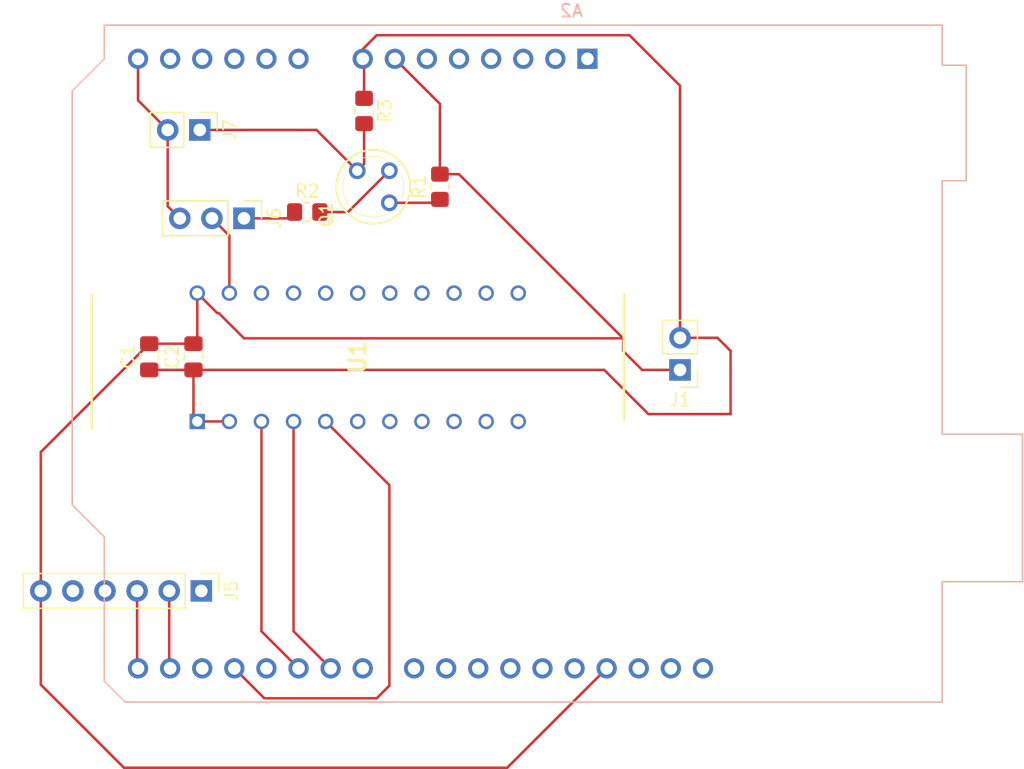
<source format=kicad_pcb>
(kicad_pcb (version 20241229) (generator "pcbnew") (generator_version "9.0")
  (layers (0 "F.Cu" signal) (2 "B.Cu" signal) (13 "F.Paste" user) (15 "B.Paste" user) (5 "F.SilkS" user "F.Silkscreen") (7 "B.SilkS" user "B.Silkscreen") (1 "F.Mask" user) (3 "B.Mask" user) (25 "Edge.Cuts" user))
  (net 0 "")
  (net 1 "+3.3V")
  (net 2 "GND")
  (net 3 "/RX_ST")
  (net 4 "/TX_ST")
  (net 5 "/ICG")
  (net 6 "/SH")
  (net 7 "/fM")
  (net 8 "/ADC")
  (net 12 "/OS")
  (net 13 "Net-(J6-Pin_1)")
  (net 14 "Net-(J7-Pin_1)")
  (net 15 "Net-(Q1-B)")
  (net 16 "Net-(Q1-C)")
  (footprint "Resistor_SMD:R_0805_2012Metric_Pad1.20x1.40mm_HandSolder" (layer "F.Cu") (at 189.5 97 90)
    (property "Reference" "R1" (at 0 -1.65 90) (layer "F.SilkS"))
    (property "Value" "150")
    (fp_line (start -0.227064 -0.735) (end 0.227064 -0.735) (stroke (width 0.12)) (layer "F.SilkS"))
    (fp_line (start -0.227064 0.735) (end 0.227064 0.735) (stroke (width 0.12)) (layer "F.SilkS"))
    (pad "1" smd roundrect (at -1 0 90) (size 1.2 1.4) (layers "F.Cu" "F.Mask" "F.Paste") (roundrect_rratio 0.208333) (net 16 "Net-(Q1-C)"))
    (pad "2" smd roundrect (at 1 0 90) (size 1.2 1.4) (layers "F.Cu" "F.Mask" "F.Paste") (roundrect_rratio 0.208333) (net 2 "GND"))
  )
  (footprint "Capacitor_SMD:C_0805_2012Metric_Pad1.18x1.45mm_HandSolder" (layer "F.Cu") (at 166.5 110.4625 90)
    (property "Reference" "C1" (at 0 -1.68 90) (layer "F.SilkS"))
    (property "Value" "100n")
    (fp_line (start -0.261252 -0.735) (end 0.261252 -0.735) (stroke (width 0.12)) (layer "F.SilkS"))
    (fp_line (start -0.261252 0.735) (end 0.261252 0.735) (stroke (width 0.12)) (layer "F.SilkS"))
    (pad "1" smd roundrect (at -1.0375 0 90) (size 1.175 1.45) (layers "F.Cu" "F.Mask" "F.Paste") (roundrect_rratio 0.212766) (net 1 "+3.3V"))
    (pad "2" smd roundrect (at 1.0375 0 90) (size 1.175 1.45) (layers "F.Cu" "F.Mask" "F.Paste") (roundrect_rratio 0.212766) (net 2 "GND"))
  )
  (footprint "Capacitor_SMD:C_0805_2012Metric_Pad1.18x1.45mm_HandSolder" (layer "F.Cu") (at 170 110.4625 90)
    (property "Reference" "C2" (at 0 -1.68 90) (layer "F.SilkS"))
    (property "Value" "10u")
    (fp_line (start -0.261252 -0.735) (end 0.261252 -0.735) (stroke (width 0.12)) (layer "F.SilkS"))
    (fp_line (start -0.261252 0.735) (end 0.261252 0.735) (stroke (width 0.12)) (layer "F.SilkS"))
    (pad "1" smd roundrect (at -1.0375 0 90) (size 1.175 1.45) (layers "F.Cu" "F.Mask" "F.Paste") (roundrect_rratio 0.212766) (net 1 "+3.3V"))
    (pad "2" smd roundrect (at 1.0375 0 90) (size 1.175 1.45) (layers "F.Cu" "F.Mask" "F.Paste") (roundrect_rratio 0.212766) (net 2 "GND"))
  )
  (footprint "CustomLib:TO18" (layer "F.Cu") (at 184.23 97 90)
    (property "Reference" "Q1" (at -2.23 -3.73 90) (layer "F.SilkS") (effects (font (size 1.001472 1.001472))))
    (property "Value" "PNP")
    (fp_arc (start 2.227 -0.9289) (mid 2.412962 0) (end 2.227 0.9289) (stroke (width 0.0508)) (layer "F.SilkS"))
    (fp_arc (start -2.227 0.9289) (mid -1.706187 -1.706287) (end 0.929 -2.2271) (stroke (width 0.0508)) (layer "F.SilkS"))
    (fp_arc (start 0.9289 2.227) (mid 0 2.412962) (end -0.9289 2.227) (stroke (width 0.0508)) (layer "F.SilkS"))
    (fp_circle (center 0 0) (end 2.921 0) (stroke (width 0.1524)) (fill no) (layer "F.SilkS"))
    (pad "1" thru_hole circle (at -1.27 1.27 90) (size 1.3208 1.3208) (drill 0.8128) (layers "*.Cu" "*.Mask") (net 16 "Net-(Q1-C)"))
    (pad "2" thru_hole circle (at 1.27 1.27 90) (size 1.3208 1.3208) (drill 0.8128) (layers "*.Cu" "*.Mask") (net 15 "Net-(Q1-B)"))
    (pad "3" thru_hole circle (at 1.27 -1.27 90) (size 1.3208 1.3208) (drill 0.8128) (layers "*.Cu" "*.Mask") (net 14 "Net-(J7-Pin_1)"))
  )
  (footprint "CustomLib:DIP1016W62P254L4160H372Q22N" (layer "F.Cu") (at 183 110.5 90)
    (property "Reference" "U1" (at 0 0 90) (layer "F.SilkS") (effects (font (size 1.27 1.27) (thickness 0.254))))
    (property "Value" "~" (hide yes))
    (fp_line (start -5.69 -21.05) (end 4.975 -21.05) (stroke (width 0.2)) (layer "F.SilkS"))
    (fp_line (start -4.975 21.05) (end 4.975 21.05) (stroke (width 0.2)) (layer "F.SilkS"))
    (pad "1" thru_hole rect (at -5.08 -12.7 90) (size 1.22 1.22) (drill 0.82) (layers "*.Cu" "*.Mask") (net 1 "+3.3V"))
    (pad "2" thru_hole circle (at -5.08 -10.16 90) (size 1.22 1.22) (drill 0.82) (layers "*.Cu" "*.Mask") (net 1 "+3.3V"))
    (pad "3" thru_hole circle (at -5.08 -7.62 90) (size 1.22 1.22) (drill 0.82) (layers "*.Cu" "*.Mask") (net 5 "/ICG"))
    (pad "4" thru_hole circle (at -5.08 -5.08 90) (size 1.22 1.22) (drill 0.82) (layers "*.Cu" "*.Mask") (net 7 "/fM"))
    (pad "5" thru_hole circle (at -5.08 -2.54 90) (size 1.22 1.22) (drill 0.82) (layers "*.Cu" "*.Mask") (net 6 "/SH"))
    (pad "6" thru_hole circle (at -5.08 0 90) (size 1.22 1.22) (drill 0.82) (layers "*.Cu" "*.Mask"))
    (pad "7" thru_hole circle (at -5.08 2.54 90) (size 1.22 1.22) (drill 0.82) (layers "*.Cu" "*.Mask"))
    (pad "8" thru_hole circle (at -5.08 5.08 90) (size 1.22 1.22) (drill 0.82) (layers "*.Cu" "*.Mask"))
    (pad "9" thru_hole circle (at -5.08 7.62 90) (size 1.22 1.22) (drill 0.82) (layers "*.Cu" "*.Mask"))
    (pad "10" thru_hole circle (at -5.08 10.16 90) (size 1.22 1.22) (drill 0.82) (layers "*.Cu" "*.Mask"))
    (pad "11" thru_hole circle (at -5.08 12.7 90) (size 1.22 1.22) (drill 0.82) (layers "*.Cu" "*.Mask"))
    (pad "12" thru_hole circle (at 5.08 12.7 90) (size 1.22 1.22) (drill 0.82) (layers "*.Cu" "*.Mask"))
    (pad "13" thru_hole circle (at 5.08 10.16 90) (size 1.22 1.22) (drill 0.82) (layers "*.Cu" "*.Mask"))
    (pad "14" thru_hole circle (at 5.08 7.62 90) (size 1.22 1.22) (drill 0.82) (layers "*.Cu" "*.Mask"))
    (pad "15" thru_hole circle (at 5.08 5.08 90) (size 1.22 1.22) (drill 0.82) (layers "*.Cu" "*.Mask"))
    (pad "16" thru_hole circle (at 5.08 2.54 90) (size 1.22 1.22) (drill 0.82) (layers "*.Cu" "*.Mask"))
    (pad "17" thru_hole circle (at 5.08 0 90) (size 1.22 1.22) (drill 0.82) (layers "*.Cu" "*.Mask"))
    (pad "18" thru_hole circle (at 5.08 -2.54 90) (size 1.22 1.22) (drill 0.82) (layers "*.Cu" "*.Mask"))
    (pad "19" thru_hole circle (at 5.08 -5.08 90) (size 1.22 1.22) (drill 0.82) (layers "*.Cu" "*.Mask"))
    (pad "20" thru_hole circle (at 5.08 -7.62 90) (size 1.22 1.22) (drill 0.82) (layers "*.Cu" "*.Mask"))
    (pad "21" thru_hole circle (at 5.08 -10.16 90) (size 1.22 1.22) (drill 0.82) (layers "*.Cu" "*.Mask") (net 12 "/OS"))
    (pad "22" thru_hole circle (at 5.08 -12.7 90) (size 1.22 1.22) (drill 0.82) (layers "*.Cu" "*.Mask") (net 2 "GND"))
  )
  (footprint "Connector_PinHeader_2.54mm:PinHeader_1x06_P2.54mm_Vertical" (layer "F.Cu") (at 170.62 129 -90)
    (property "Reference" "J5" (at 0 -2.38 90) (layer "F.SilkS"))
    (property "Value" "UART")
    (fp_line (start -1.38 14.08) (end 1.38 14.08) (stroke (width 0.12)) (layer "F.SilkS"))
    (fp_line (start -1.38 1.27) (end -1.38 14.08) (stroke (width 0.12)) (layer "F.SilkS"))
    (fp_line (start -1.38 1.27) (end 1.38 1.27) (stroke (width 0.12)) (layer "F.SilkS"))
    (fp_line (start 1.38 1.27) (end 1.38 14.08) (stroke (width 0.12)) (layer "F.SilkS"))
    (fp_line (start -1.38 0) (end -1.38 -1.38) (stroke (width 0.12)) (layer "F.SilkS"))
    (fp_line (start -1.38 -1.38) (end 0 -1.38) (stroke (width 0.12)) (layer "F.SilkS"))
    (pad "1" thru_hole rect (at 0 0 270) (size 1.7 1.7) (drill 1) (layers "*.Cu" "*.Mask"))
    (pad "2" thru_hole circle (at 0 2.54 270) (size 1.7 1.7) (drill 1) (layers "*.Cu" "*.Mask") (net 4 "/TX_ST"))
    (pad "3" thru_hole circle (at 0 5.08 270) (size 1.7 1.7) (drill 1) (layers "*.Cu" "*.Mask") (net 3 "/RX_ST"))
    (pad "4" thru_hole circle (at 0 7.62 270) (size 1.7 1.7) (drill 1) (layers "*.Cu" "*.Mask"))
    (pad "5" thru_hole circle (at 0 10.16 270) (size 1.7 1.7) (drill 1) (layers "*.Cu" "*.Mask"))
    (pad "6" thru_hole circle (at 0 12.7 270) (size 1.7 1.7) (drill 1) (layers "*.Cu" "*.Mask") (net 2 "GND"))
  )
  (footprint "Resistor_SMD:R_0805_2012Metric_Pad1.20x1.40mm_HandSolder" (layer "F.Cu") (at 183.5 91 -90)
    (property "Reference" "R3" (at 0 -1.65 90) (layer "F.SilkS"))
    (property "Value" "2.2k")
    (fp_line (start -0.227064 0.735) (end 0.227064 0.735) (stroke (width 0.12)) (layer "F.SilkS"))
    (fp_line (start -0.227064 -0.735) (end 0.227064 -0.735) (stroke (width 0.12)) (layer "F.SilkS"))
    (pad "1" smd roundrect (at -1 0 270) (size 1.2 1.4) (layers "F.Cu" "F.Mask" "F.Paste") (roundrect_rratio 0.208333) (net 1 "+3.3V"))
    (pad "2" smd roundrect (at 1 0 270) (size 1.2 1.4) (layers "F.Cu" "F.Mask" "F.Paste") (roundrect_rratio 0.208333) (net 14 "Net-(J7-Pin_1)"))
  )
  (footprint "Connector_PinHeader_2.54mm:PinHeader_1x03_P2.54mm_Vertical" (layer "F.Cu") (at 174 99.5 -90)
    (property "Reference" "J6" (at 0 -2.38 90) (layer "F.SilkS"))
    (property "Value" "OUTPUT_STAGE")
    (fp_line (start -1.38 6.46) (end 1.38 6.46) (stroke (width 0.12)) (layer "F.SilkS"))
    (fp_line (start -1.38 1.27) (end -1.38 6.46) (stroke (width 0.12)) (layer "F.SilkS"))
    (fp_line (start -1.38 1.27) (end 1.38 1.27) (stroke (width 0.12)) (layer "F.SilkS"))
    (fp_line (start 1.38 1.27) (end 1.38 6.46) (stroke (width 0.12)) (layer "F.SilkS"))
    (fp_line (start -1.38 0) (end -1.38 -1.38) (stroke (width 0.12)) (layer "F.SilkS"))
    (fp_line (start -1.38 -1.38) (end 0 -1.38) (stroke (width 0.12)) (layer "F.SilkS"))
    (pad "1" thru_hole rect (at 0 0 270) (size 1.7 1.7) (drill 1) (layers "*.Cu" "*.Mask") (net 13 "Net-(J6-Pin_1)"))
    (pad "2" thru_hole circle (at 0 2.54 270) (size 1.7 1.7) (drill 1) (layers "*.Cu" "*.Mask") (net 12 "/OS"))
    (pad "3" thru_hole circle (at 0 5.08 270) (size 1.7 1.7) (drill 1) (layers "*.Cu" "*.Mask") (net 8 "/ADC"))
  )
  (footprint "Connector_PinHeader_2.54mm:PinHeader_1x02_P2.54mm_Vertical" (layer "F.Cu") (at 208.5 111.5 180)
    (property "Reference" "J1" (at 0 -2.38 0) (layer "F.SilkS"))
    (property "Value" "SUPPLY")
    (fp_line (start 1.38 1.27) (end 1.38 3.92) (stroke (width 0.12)) (layer "F.SilkS"))
    (fp_line (start -1.38 3.92) (end 1.38 3.92) (stroke (width 0.12)) (layer "F.SilkS"))
    (fp_line (start -1.38 1.27) (end 1.38 1.27) (stroke (width 0.12)) (layer "F.SilkS"))
    (fp_line (start -1.38 1.27) (end -1.38 3.92) (stroke (width 0.12)) (layer "F.SilkS"))
    (fp_line (start -1.38 0) (end -1.38 -1.38) (stroke (width 0.12)) (layer "F.SilkS"))
    (fp_line (start -1.38 -1.38) (end 0 -1.38) (stroke (width 0.12)) (layer "F.SilkS"))
    (pad "1" thru_hole rect (at 0 0 180) (size 1.7 1.7) (drill 1) (layers "*.Cu" "*.Mask") (net 2 "GND"))
    (pad "2" thru_hole circle (at 0 2.54 180) (size 1.7 1.7) (drill 1) (layers "*.Cu" "*.Mask") (net 1 "+3.3V"))
  )
  (footprint "Resistor_SMD:R_0805_2012Metric_Pad1.20x1.40mm_HandSolder" (layer "F.Cu") (at 179 99)
    (property "Reference" "R2" (at 0 -1.65 0) (layer "F.SilkS"))
    (property "Value" "150")
    (fp_line (start -0.227064 -0.735) (end 0.227064 -0.735) (stroke (width 0.12)) (layer "F.SilkS"))
    (fp_line (start -0.227064 0.735) (end 0.227064 0.735) (stroke (width 0.12)) (layer "F.SilkS"))
    (pad "1" smd roundrect (at -1 0) (size 1.2 1.4) (layers "F.Cu" "F.Mask" "F.Paste") (roundrect_rratio 0.208333) (net 13 "Net-(J6-Pin_1)"))
    (pad "2" smd roundrect (at 1 0) (size 1.2 1.4) (layers "F.Cu" "F.Mask" "F.Paste") (roundrect_rratio 0.208333) (net 15 "Net-(Q1-B)"))
  )
  (footprint "Connector_PinHeader_2.54mm:PinHeader_1x02_P2.54mm_Vertical" (layer "F.Cu") (at 170.5 92.5 -90)
    (property "Reference" "J7" (at 0 -2.38 90) (layer "F.SilkS"))
    (property "Value" "JUMPER_ADC_BTJ")
    (fp_line (start -1.38 3.92) (end 1.38 3.92) (stroke (width 0.12)) (layer "F.SilkS"))
    (fp_line (start -1.38 1.27) (end -1.38 3.92) (stroke (width 0.12)) (layer "F.SilkS"))
    (fp_line (start -1.38 1.27) (end 1.38 1.27) (stroke (width 0.12)) (layer "F.SilkS"))
    (fp_line (start 1.38 1.27) (end 1.38 3.92) (stroke (width 0.12)) (layer "F.SilkS"))
    (fp_line (start -1.38 0) (end -1.38 -1.38) (stroke (width 0.12)) (layer "F.SilkS"))
    (fp_line (start -1.38 -1.38) (end 0 -1.38) (stroke (width 0.12)) (layer "F.SilkS"))
    (pad "1" thru_hole rect (at 0 0 270) (size 1.7 1.7) (drill 1) (layers "*.Cu" "*.Mask") (net 14 "Net-(J7-Pin_1)"))
    (pad "2" thru_hole circle (at 0 2.54 270) (size 1.7 1.7) (drill 1) (layers "*.Cu" "*.Mask") (net 8 "/ADC"))
  )
  (footprint "Module:Arduino_UNO_R3" (layer "B.Cu") (at 201.175 86.87 180)
    (property "Reference" "A2" (at 1.27 3.81 0) (layer "B.SilkS") (effects (justify mirror)))
    (property "Value" "Arduino_UNO_R3")
    (fp_line (start 40.77 -2.54) (end 38.23 0) (stroke (width 0.12)) (layer "B.SilkS"))
    (fp_line (start 40.77 -35.31) (end 40.77 -2.54) (stroke (width 0.12)) (layer "B.SilkS"))
    (fp_line (start 38.23 2.67) (end -28.07 2.67) (stroke (width 0.12)) (layer "B.SilkS"))
    (fp_line (start 38.23 0) (end 38.23 2.67) (stroke (width 0.12)) (layer "B.SilkS"))
    (fp_line (start 38.23 -37.85) (end 40.77 -35.31) (stroke (width 0.12)) (layer "B.SilkS"))
    (fp_line (start 38.23 -49.28) (end 38.23 -37.85) (stroke (width 0.12)) (layer "B.SilkS"))
    (fp_line (start 36.58 -50.93) (end 38.23 -49.28) (stroke (width 0.12)) (layer "B.SilkS"))
    (fp_line (start -28.07 2.67) (end -28.07 -0.51) (stroke (width 0.12)) (layer "B.SilkS"))
    (fp_line (start -28.07 -0.51) (end -29.97 -0.51) (stroke (width 0.12)) (layer "B.SilkS"))
    (fp_line (start -28.07 -9.65) (end -28.07 -29.72) (stroke (width 0.12)) (layer "B.SilkS"))
    (fp_line (start -28.07 -29.72) (end -34.42 -29.72) (stroke (width 0.12)) (layer "B.SilkS"))
    (fp_line (start -28.07 -41.4) (end -28.07 -50.93) (stroke (width 0.12)) (layer "B.SilkS"))
    (fp_line (start -28.07 -50.93) (end 36.58 -50.93) (stroke (width 0.12)) (layer "B.SilkS"))
    (fp_line (start -29.97 -0.51) (end -29.97 -9.65) (stroke (width 0.12)) (layer "B.SilkS"))
    (fp_line (start -29.97 -9.65) (end -28.07 -9.65) (stroke (width 0.12)) (layer "B.SilkS"))
    (fp_line (start -34.42 -29.72) (end -34.42 -41.4) (stroke (width 0.12)) (layer "B.SilkS"))
    (fp_line (start -34.42 -41.4) (end -28.07 -41.4) (stroke (width 0.12)) (layer "B.SilkS"))
    (pad "1" thru_hole rect (at 0 0 90) (size 1.6 1.6) (drill 1) (layers "*.Cu" "*.Mask"))
    (pad "2" thru_hole oval (at 2.54 0 90) (size 1.6 1.6) (drill 1) (layers "*.Cu" "*.Mask"))
    (pad "3" thru_hole oval (at 5.08 0 90) (size 1.6 1.6) (drill 1) (layers "*.Cu" "*.Mask"))
    (pad "4" thru_hole oval (at 7.62 0 90) (size 1.6 1.6) (drill 1) (layers "*.Cu" "*.Mask"))
    (pad "5" thru_hole oval (at 10.16 0 90) (size 1.6 1.6) (drill 1) (layers "*.Cu" "*.Mask"))
    (pad "6" thru_hole oval (at 12.7 0 90) (size 1.6 1.6) (drill 1) (layers "*.Cu" "*.Mask"))
    (pad "7" thru_hole oval (at 15.24 0 90) (size 1.6 1.6) (drill 1) (layers "*.Cu" "*.Mask") (net 2 "GND"))
    (pad "8" thru_hole oval (at 17.78 0 90) (size 1.6 1.6) (drill 1) (layers "*.Cu" "*.Mask") (net 1 "+3.3V"))
    (pad "9" thru_hole oval (at 22.86 0 90) (size 1.6 1.6) (drill 1) (layers "*.Cu" "*.Mask"))
    (pad "10" thru_hole oval (at 25.4 0 90) (size 1.6 1.6) (drill 1) (layers "*.Cu" "*.Mask"))
    (pad "11" thru_hole oval (at 27.94 0 90) (size 1.6 1.6) (drill 1) (layers "*.Cu" "*.Mask"))
    (pad "12" thru_hole oval (at 30.48 0 90) (size 1.6 1.6) (drill 1) (layers "*.Cu" "*.Mask"))
    (pad "13" thru_hole oval (at 33.02 0 90) (size 1.6 1.6) (drill 1) (layers "*.Cu" "*.Mask"))
    (pad "14" thru_hole oval (at 35.56 0 90) (size 1.6 1.6) (drill 1) (layers "*.Cu" "*.Mask") (net 8 "/ADC"))
    (pad "15" thru_hole oval (at 35.56 -48.26 90) (size 1.6 1.6) (drill 1) (layers "*.Cu" "*.Mask") (net 3 "/RX_ST"))
    (pad "16" thru_hole oval (at 33.02 -48.26 90) (size 1.6 1.6) (drill 1) (layers "*.Cu" "*.Mask") (net 4 "/TX_ST"))
    (pad "17" thru_hole oval (at 30.48 -48.26 90) (size 1.6 1.6) (drill 1) (layers "*.Cu" "*.Mask"))
    (pad "18" thru_hole oval (at 27.94 -48.26 90) (size 1.6 1.6) (drill 1) (layers "*.Cu" "*.Mask") (net 6 "/SH"))
    (pad "19" thru_hole oval (at 25.4 -48.26 90) (size 1.6 1.6) (drill 1) (layers "*.Cu" "*.Mask"))
    (pad "20" thru_hole oval (at 22.86 -48.26 90) (size 1.6 1.6) (drill 1) (layers "*.Cu" "*.Mask") (net 5 "/ICG"))
    (pad "21" thru_hole oval (at 20.32 -48.26 90) (size 1.6 1.6) (drill 1) (layers "*.Cu" "*.Mask") (net 7 "/fM"))
    (pad "22" thru_hole oval (at 17.78 -48.26 90) (size 1.6 1.6) (drill 1) (layers "*.Cu" "*.Mask"))
    (pad "23" thru_hole oval (at 13.72 -48.26 90) (size 1.6 1.6) (drill 1) (layers "*.Cu" "*.Mask"))
    (pad "24" thru_hole oval (at 11.18 -48.26 90) (size 1.6 1.6) (drill 1) (layers "*.Cu" "*.Mask"))
    (pad "25" thru_hole oval (at 8.64 -48.26 90) (size 1.6 1.6) (drill 1) (layers "*.Cu" "*.Mask"))
    (pad "26" thru_hole oval (at 6.1 -48.26 90) (size 1.6 1.6) (drill 1) (layers "*.Cu" "*.Mask"))
    (pad "27" thru_hole oval (at 3.56 -48.26 90) (size 1.6 1.6) (drill 1) (layers "*.Cu" "*.Mask"))
    (pad "28" thru_hole oval (at 1.02 -48.26 90) (size 1.6 1.6) (drill 1) (layers "*.Cu" "*.Mask"))
    (pad "29" thru_hole oval (at -1.52 -48.26 90) (size 1.6 1.6) (drill 1) (layers "*.Cu" "*.Mask") (net 2 "GND"))
    (pad "30" thru_hole oval (at -4.06 -48.26 90) (size 1.6 1.6) (drill 1) (layers "*.Cu" "*.Mask"))
    (pad "31" thru_hole oval (at -6.6 -48.26 90) (size 1.6 1.6) (drill 1) (layers "*.Cu" "*.Mask"))
    (pad "32" thru_hole oval (at -9.14 -48.26 90) (size 1.6 1.6) (drill 1) (layers "*.Cu" "*.Mask"))
  )
  (segment (start 170.3 115.58) (end 172.84 115.58) (width 0.2) (layer "F.Cu") (net 1))
  (segment (start 170 111.5) (end 202.5 111.5) (width 0.2) (layer "F.Cu") (net 1))
  (segment (start 170 111.5) (end 170 115.28) (width 0.2) (layer "F.Cu") (net 1))
  (segment (start 183.5 87.5) (end 183.5 90) (width 0.2) (layer "F.Cu") (net 1))
  (segment (start 204.5 85) (end 208.5 89) (width 0.2) (layer "F.Cu") (net 1))
  (segment (start 206 115) (end 212.5 115) (width 0.2) (layer "F.Cu") (net 1))
  (segment (start 184.5 85) (end 204.5 85) (width 0.2) (layer "F.Cu") (net 1))
  (segment (start 166.5 111.5) (end 170 111.5) (width 0.2) (layer "F.Cu") (net 1))
  (segment (start 208.5 89) (end 208.5 108.96) (width 0.2) (layer "F.Cu") (net 1))
  (segment (start 183.395 86.87) (end 183.395 87.395) (width 0.2) (layer "F.Cu") (net 1))
  (segment (start 212.5 115) (end 212.5 110) (width 0.2) (layer "F.Cu") (net 1))
  (segment (start 170 115.28) (end 170.3 115.58) (width 0.2) (layer "F.Cu") (net 1))
  (segment (start 212.5 110) (end 211.46 108.96) (width 0.2) (layer "F.Cu") (net 1))
  (segment (start 183.395 86.105) (end 184.5 85) (width 0.2) (layer "F.Cu") (net 1))
  (segment (start 202.5 111.5) (end 206 115) (width 0.2) (layer "F.Cu") (net 1))
  (segment (start 183.395 87.395) (end 183.5 87.5) (width 0.2) (layer "F.Cu") (net 1))
  (segment (start 211.46 108.96) (end 208.5 108.96) (width 0.2) (layer "F.Cu") (net 1))
  (segment (start 183.395 86.87) (end 183.395 86.105) (width 0.2) (layer "F.Cu") (net 1))
  (segment (start 204 109) (end 174 109) (width 0.2) (layer "F.Cu") (net 2))
  (segment (start 157.92 118.005) (end 157.92 129) (width 0.2) (layer "F.Cu") (net 2))
  (segment (start 157.92 136.42) (end 164.5 143) (width 0.2) (layer "F.Cu") (net 2))
  (segment (start 205.5 111.5) (end 204 110) (width 0.2) (layer "F.Cu") (net 2))
  (segment (start 208.5 111.5) (end 205.5 111.5) (width 0.2) (layer "F.Cu") (net 2))
  (segment (start 189.5 96) (end 189.5 90.435) (width 0.2) (layer "F.Cu") (net 2))
  (segment (start 189.5 90.435) (end 185.935 86.87) (width 0.2) (layer "F.Cu") (net 2))
  (segment (start 170.3 109.125) (end 170 109.425) (width 0.2) (layer "F.Cu") (net 2))
  (segment (start 170.3 105.42) (end 171.88 107) (width 0.2) (layer "F.Cu") (net 2))
  (segment (start 204 110) (end 204 109) (width 0.2) (layer "F.Cu") (net 2))
  (segment (start 191 96) (end 204 109) (width 0.2) (layer "F.Cu") (net 2))
  (segment (start 164.5 143) (end 194.825 143) (width 0.2) (layer "F.Cu") (net 2))
  (segment (start 174 109) (end 172 107) (width 0.2) (layer "F.Cu") (net 2))
  (segment (start 157.92 129) (end 157.92 136.42) (width 0.2) (layer "F.Cu") (net 2))
  (segment (start 189.5 96) (end 191 96) (width 0.2) (layer "F.Cu") (net 2))
  (segment (start 194.825 143) (end 202.695 135.13) (width 0.2) (layer "F.Cu") (net 2))
  (segment (start 172 107) (end 171.88 107) (width 0.2) (layer "F.Cu") (net 2))
  (segment (start 170.3 105.42) (end 170.3 109.125) (width 0.2) (layer "F.Cu") (net 2))
  (segment (start 166.5 109.425) (end 157.92 118.005) (width 0.2) (layer "F.Cu") (net 2))
  (segment (start 166.5 109.425) (end 170 109.425) (width 0.2) (layer "F.Cu") (net 2))
  (segment (start 165.54 135.055) (end 165.615 135.13) (width 0.2) (layer "F.Cu") (net 3))
  (segment (start 165.54 129) (end 165.54 135.055) (width 0.2) (layer "F.Cu") (net 3))
  (segment (start 168.08 129) (end 168.08 135.055) (width 0.2) (layer "F.Cu") (net 4))
  (segment (start 168.08 135.055) (end 168.155 135.13) (width 0.2) (layer "F.Cu") (net 4))
  (segment (start 168.155 129.075) (end 168.08 129) (width 0.2) (layer "F.Cu") (net 4))
  (segment (start 175.38 115.58) (end 175.38 132.195) (width 0.2) (layer "F.Cu") (net 5))
  (segment (start 175.38 132.195) (end 178.315 135.13) (width 0.2) (layer "F.Cu") (net 5))
  (segment (start 178.46 134.985) (end 178.315 135.13) (width 0.2) (layer "F.Cu") (net 5))
  (segment (start 185.5 120.62) (end 180.46 115.58) (width 0.2) (layer "F.Cu") (net 6))
  (segment (start 185.5 136.5) (end 185.5 120.62) (width 0.2) (layer "F.Cu") (net 6))
  (segment (start 175.605 137.5) (end 184.5 137.5) (width 0.2) (layer "F.Cu") (net 6))
  (segment (start 184.5 137.5) (end 185.5 136.5) (width 0.2) (layer "F.Cu") (net 6))
  (segment (start 173.235 135.13) (end 175.605 137.5) (width 0.2) (layer "F.Cu") (net 6))
  (segment (start 177.92 115.58) (end 177.92 132.195) (width 0.2) (layer "F.Cu") (net 7))
  (segment (start 177.92 132.195) (end 180.855 135.13) (width 0.2) (layer "F.Cu") (net 7))
  (segment (start 181 134.985) (end 180.855 135.13) (width 0.2) (layer "F.Cu") (net 7))
  (segment (start 167.96 98.54) (end 167.96 92.5) (width 0.2) (layer "F.Cu") (net 8))
  (segment (start 165.615 90.155) (end 167.96 92.5) (width 0.2) (layer "F.Cu") (net 8))
  (segment (start 168.92 99.5) (end 167.96 98.54) (width 0.2) (layer "F.Cu") (net 8))
  (segment (start 165.615 86.87) (end 165.615 90.155) (width 0.2) (layer "F.Cu") (net 8))
  (segment (start 172.84 100.88) (end 171.46 99.5) (width 0.2) (layer "F.Cu") (net 12))
  (segment (start 172.84 105.42) (end 172.84 100.88) (width 0.2) (layer "F.Cu") (net 12))
  (segment (start 174 99.5) (end 177.5 99.5) (width 0.2) (layer "F.Cu") (net 13))
  (segment (start 177.5 99.5) (end 178 99) (width 0.2) (layer "F.Cu") (net 13))
  (segment (start 183.5 95.19) (end 182.96 95.73) (width 0.2) (layer "F.Cu") (net 14))
  (segment (start 170.5 92.5) (end 179.73 92.5) (width 0.2) (layer "F.Cu") (net 14))
  (segment (start 179.73 92.5) (end 182.96 95.73) (width 0.2) (layer "F.Cu") (net 14))
  (segment (start 183.5 92) (end 183.5 95.19) (width 0.2) (layer "F.Cu") (net 14))
  (segment (start 182.23 99) (end 180 99) (width 0.2) (layer "F.Cu") (net 15))
  (segment (start 185.5 95.73) (end 182.23 99) (width 0.2) (layer "F.Cu") (net 15))
  (segment (start 185.5 98.27) (end 189.23 98.27) (width 0.2) (layer "F.Cu") (net 16))
  (segment (start 189.23 98.27) (end 189.5 98) (width 0.2) (layer "F.Cu") (net 16))
)
</source>
